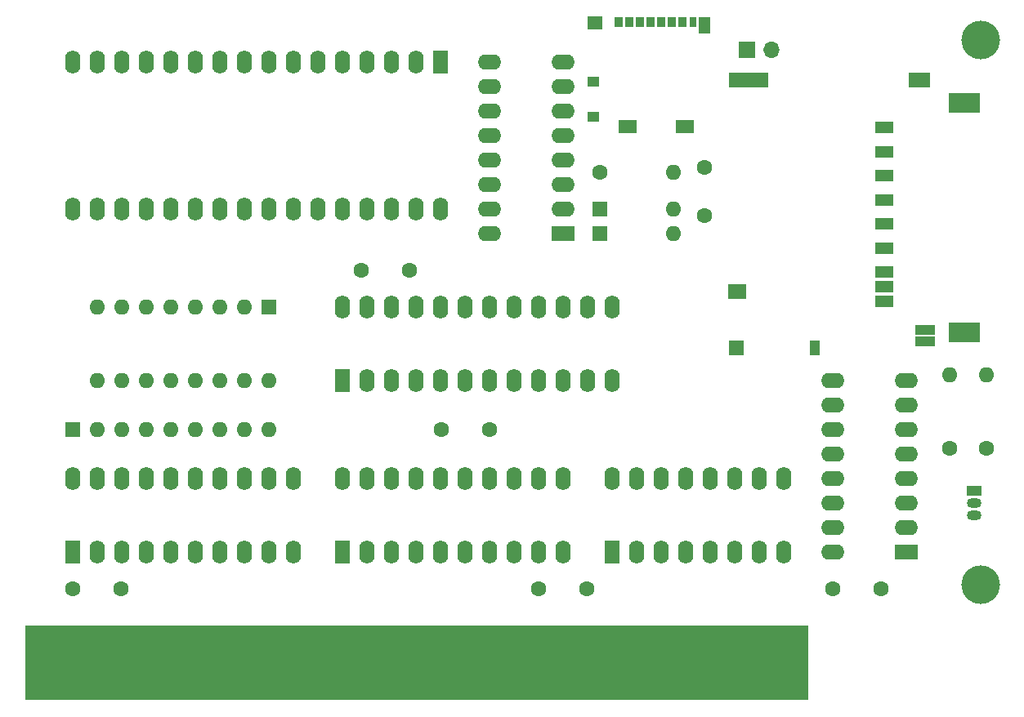
<source format=gts>
%TF.GenerationSoftware,KiCad,Pcbnew,(5.1.9-0-10_14)*%
%TF.CreationDate,2022-05-15T13:48:24+02:00*%
%TF.ProjectId,xtsd,78747364-2e6b-4696-9361-645f70636258,rev?*%
%TF.SameCoordinates,Original*%
%TF.FileFunction,Soldermask,Top*%
%TF.FilePolarity,Negative*%
%FSLAX46Y46*%
G04 Gerber Fmt 4.6, Leading zero omitted, Abs format (unit mm)*
G04 Created by KiCad (PCBNEW (5.1.9-0-10_14)) date 2022-05-15 13:48:24*
%MOMM*%
%LPD*%
G01*
G04 APERTURE LIST*
%ADD10C,0.120000*%
%ADD11C,0.010000*%
%ADD12O,1.700000X1.700000*%
%ADD13R,1.700000X1.700000*%
%ADD14R,1.780000X7.366000*%
%ADD15O,1.600000X2.400000*%
%ADD16R,1.600000X2.400000*%
%ADD17C,4.000000*%
%ADD18R,1.950000X1.200000*%
%ADD19R,3.200000X2.100000*%
%ADD20R,2.000000X1.000000*%
%ADD21R,2.200000X1.550000*%
%ADD22R,4.170000X1.550000*%
%ADD23R,1.650000X1.500000*%
%ADD24R,1.100000X1.500000*%
%ADD25R,1.870000X1.600000*%
%ADD26O,1.600000X1.600000*%
%ADD27R,1.600000X1.600000*%
%ADD28C,1.600000*%
%ADD29O,2.400000X1.600000*%
%ADD30R,2.400000X1.600000*%
%ADD31R,1.500000X1.050000*%
%ADD32O,1.500000X1.050000*%
%ADD33R,0.850000X1.100000*%
%ADD34R,0.750000X1.100000*%
%ADD35R,1.170000X1.800000*%
%ADD36R,1.550000X1.350000*%
%ADD37R,1.200000X1.000000*%
%ADD38R,1.900000X1.350000*%
G04 APERTURE END LIST*
D10*
X83947000Y-153670000D02*
X83947000Y-146050000D01*
D11*
G36*
X83947000Y-146050000D02*
G01*
X164973000Y-146050000D01*
X164973000Y-153670000D01*
X83947000Y-153670000D01*
X83947000Y-146050000D01*
G37*
X83947000Y-146050000D02*
X164973000Y-146050000D01*
X164973000Y-153670000D01*
X83947000Y-153670000D01*
X83947000Y-146050000D01*
D12*
X161290000Y-86360000D03*
D13*
X158750000Y-86360000D03*
D14*
X137160000Y-149733000D03*
X139700000Y-149733000D03*
X142240000Y-149733000D03*
X144780000Y-149733000D03*
X147320000Y-149733000D03*
X149860000Y-149733000D03*
X152400000Y-149733000D03*
X154940000Y-149733000D03*
X157480000Y-149733000D03*
X160020000Y-149733000D03*
X162560000Y-149733000D03*
X86360000Y-149733000D03*
X88900000Y-149733000D03*
X91440000Y-149733000D03*
X93980000Y-149733000D03*
X96520000Y-149733000D03*
X99060000Y-149733000D03*
X101600000Y-149733000D03*
X104140000Y-149733000D03*
X106680000Y-149733000D03*
X109220000Y-149733000D03*
X111760000Y-149733000D03*
X114300000Y-149733000D03*
X116840000Y-149733000D03*
X119380000Y-149733000D03*
X121920000Y-149733000D03*
X124460000Y-149733000D03*
X127000000Y-149733000D03*
X129540000Y-149733000D03*
X132080000Y-149733000D03*
X134620000Y-149733000D03*
D15*
X88900000Y-130810000D03*
X111760000Y-138430000D03*
X91440000Y-130810000D03*
X109220000Y-138430000D03*
X93980000Y-130810000D03*
X106680000Y-138430000D03*
X96520000Y-130810000D03*
X104140000Y-138430000D03*
X99060000Y-130810000D03*
X101600000Y-138430000D03*
X101600000Y-130810000D03*
X99060000Y-138430000D03*
X104140000Y-130810000D03*
X96520000Y-138430000D03*
X106680000Y-130810000D03*
X93980000Y-138430000D03*
X109220000Y-130810000D03*
X91440000Y-138430000D03*
X111760000Y-130810000D03*
D16*
X88900000Y-138430000D03*
D17*
X182956200Y-85273000D03*
X182956200Y-141788000D03*
D15*
X144780000Y-130810000D03*
X162560000Y-138430000D03*
X147320000Y-130810000D03*
X160020000Y-138430000D03*
X149860000Y-130810000D03*
X157480000Y-138430000D03*
X152400000Y-130810000D03*
X154940000Y-138430000D03*
X154940000Y-130810000D03*
X152400000Y-138430000D03*
X157480000Y-130810000D03*
X149860000Y-138430000D03*
X160020000Y-130810000D03*
X147320000Y-138430000D03*
X162560000Y-130810000D03*
D16*
X144780000Y-138430000D03*
D15*
X116840000Y-130810000D03*
X139700000Y-138430000D03*
X119380000Y-130810000D03*
X137160000Y-138430000D03*
X121920000Y-130810000D03*
X134620000Y-138430000D03*
X124460000Y-130810000D03*
X132080000Y-138430000D03*
X127000000Y-130810000D03*
X129540000Y-138430000D03*
X129540000Y-130810000D03*
X127000000Y-138430000D03*
X132080000Y-130810000D03*
X124460000Y-138430000D03*
X134620000Y-130810000D03*
X121920000Y-138430000D03*
X137160000Y-130810000D03*
X119380000Y-138430000D03*
X139700000Y-130810000D03*
D16*
X116840000Y-138430000D03*
D18*
X172995000Y-96875000D03*
X172995000Y-99375000D03*
X172995000Y-101875000D03*
X172995000Y-104375000D03*
X172995000Y-106875000D03*
X172995000Y-109375000D03*
X172995000Y-110875000D03*
X172995000Y-112375000D03*
X172995000Y-94375000D03*
D19*
X181300000Y-115650000D03*
X181300000Y-91850000D03*
D20*
X177160000Y-115370000D03*
X177160000Y-116570000D03*
D21*
X176620000Y-89445000D03*
D22*
X158885000Y-89445000D03*
D23*
X157625000Y-117220000D03*
D24*
X165790000Y-117220000D03*
D25*
X157735000Y-111350000D03*
D26*
X109220000Y-120650000D03*
X91440000Y-113030000D03*
X106680000Y-120650000D03*
X93980000Y-113030000D03*
X104140000Y-120650000D03*
X96520000Y-113030000D03*
X101600000Y-120650000D03*
X99060000Y-113030000D03*
X99060000Y-120650000D03*
X101600000Y-113030000D03*
X96520000Y-120650000D03*
X104140000Y-113030000D03*
X93980000Y-120650000D03*
X106680000Y-113030000D03*
X91440000Y-120650000D03*
D27*
X109220000Y-113030000D03*
D15*
X127000000Y-102870000D03*
X88900000Y-87630000D03*
X124460000Y-102870000D03*
X91440000Y-87630000D03*
X121920000Y-102870000D03*
X93980000Y-87630000D03*
X119380000Y-102870000D03*
X96520000Y-87630000D03*
X116840000Y-102870000D03*
X99060000Y-87630000D03*
X114300000Y-102870000D03*
X101600000Y-87630000D03*
X111760000Y-102870000D03*
X104140000Y-87630000D03*
X109220000Y-102870000D03*
X106680000Y-87630000D03*
X106680000Y-102870000D03*
X109220000Y-87630000D03*
X104140000Y-102870000D03*
X111760000Y-87630000D03*
X101600000Y-102870000D03*
X114300000Y-87630000D03*
X99060000Y-102870000D03*
X116840000Y-87630000D03*
X96520000Y-102870000D03*
X119380000Y-87630000D03*
X93980000Y-102870000D03*
X121920000Y-87630000D03*
X91440000Y-102870000D03*
X124460000Y-87630000D03*
X88900000Y-102870000D03*
D16*
X127000000Y-87630000D03*
D26*
X183515000Y-120015000D03*
D28*
X183515000Y-127635000D03*
D26*
X179705000Y-120015000D03*
D28*
X179705000Y-127635000D03*
D15*
X116840000Y-113030000D03*
X144780000Y-120650000D03*
X119380000Y-113030000D03*
X142240000Y-120650000D03*
X121920000Y-113030000D03*
X139700000Y-120650000D03*
X124460000Y-113030000D03*
X137160000Y-120650000D03*
X127000000Y-113030000D03*
X134620000Y-120650000D03*
X129540000Y-113030000D03*
X132080000Y-120650000D03*
X132080000Y-113030000D03*
X129540000Y-120650000D03*
X134620000Y-113030000D03*
X127000000Y-120650000D03*
X137160000Y-113030000D03*
X124460000Y-120650000D03*
X139700000Y-113030000D03*
X121920000Y-120650000D03*
X142240000Y-113030000D03*
X119380000Y-120650000D03*
X144780000Y-113030000D03*
D16*
X116840000Y-120650000D03*
D29*
X132080000Y-105410000D03*
X139700000Y-87630000D03*
X132080000Y-102870000D03*
X139700000Y-90170000D03*
X132080000Y-100330000D03*
X139700000Y-92710000D03*
X132080000Y-97790000D03*
X139700000Y-95250000D03*
X132080000Y-95250000D03*
X139700000Y-97790000D03*
X132080000Y-92710000D03*
X139700000Y-100330000D03*
X132080000Y-90170000D03*
X139700000Y-102870000D03*
X132080000Y-87630000D03*
D30*
X139700000Y-105410000D03*
D26*
X151130000Y-105410000D03*
D27*
X143510000Y-105410000D03*
D26*
X151130000Y-102870000D03*
D27*
X143510000Y-102870000D03*
D26*
X151130000Y-99060000D03*
D28*
X143510000Y-99060000D03*
D31*
X182245000Y-132080000D03*
D32*
X182245000Y-134620000D03*
X182245000Y-133350000D03*
D33*
X145485000Y-83450000D03*
D34*
X153135000Y-83450000D03*
D33*
X146585000Y-83450000D03*
X147685000Y-83450000D03*
X148785000Y-83450000D03*
X149885000Y-83450000D03*
X150985000Y-83450000D03*
X152085000Y-83450000D03*
D35*
X154345000Y-83800000D03*
D36*
X143025000Y-83575000D03*
D37*
X142850000Y-93300000D03*
X142850000Y-89600000D03*
D38*
X146350000Y-94275000D03*
X152320000Y-94275000D03*
D26*
X109220000Y-125730000D03*
X106680000Y-125730000D03*
X104140000Y-125730000D03*
X101600000Y-125730000D03*
X99060000Y-125730000D03*
X96520000Y-125730000D03*
X93980000Y-125730000D03*
X91440000Y-125730000D03*
D27*
X88900000Y-125730000D03*
D28*
X123745000Y-109220000D03*
X118745000Y-109220000D03*
X154305000Y-103505000D03*
X154305000Y-98505000D03*
D29*
X167640000Y-138430000D03*
X175260000Y-120650000D03*
X167640000Y-135890000D03*
X175260000Y-123190000D03*
X167640000Y-133350000D03*
X175260000Y-125730000D03*
X167640000Y-130810000D03*
X175260000Y-128270000D03*
X167640000Y-128270000D03*
X175260000Y-130810000D03*
X167640000Y-125730000D03*
X175260000Y-133350000D03*
X167640000Y-123190000D03*
X175260000Y-135890000D03*
X167640000Y-120650000D03*
D30*
X175260000Y-138430000D03*
D28*
X167640000Y-142240000D03*
X172640000Y-142240000D03*
X142160000Y-142240000D03*
X137160000Y-142240000D03*
X88900000Y-142240000D03*
X93900000Y-142240000D03*
X132080000Y-125730000D03*
X127080000Y-125730000D03*
M02*

</source>
